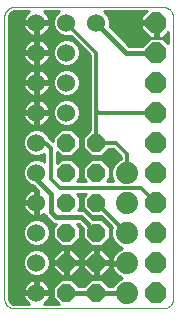
<source format=gbl>
G75*
%MOIN*%
%OFA0B0*%
%FSLAX25Y25*%
%IPPOS*%
%LPD*%
%AMOC8*
5,1,8,0,0,1.08239X$1,22.5*
%
%ADD10C,0.00000*%
%ADD11OC8,0.07000*%
%ADD12OC8,0.06000*%
%ADD13C,0.06000*%
%ADD14C,0.07400*%
%ADD15C,0.01600*%
%ADD16C,0.01000*%
%ADD17C,0.01200*%
D10*
X0048750Y0031333D02*
X0048750Y0125033D01*
X0048752Y0125147D01*
X0048758Y0125260D01*
X0048767Y0125373D01*
X0048780Y0125486D01*
X0048797Y0125599D01*
X0048818Y0125710D01*
X0048843Y0125821D01*
X0048871Y0125931D01*
X0048903Y0126040D01*
X0048938Y0126148D01*
X0048977Y0126255D01*
X0049020Y0126360D01*
X0049066Y0126464D01*
X0049115Y0126566D01*
X0049168Y0126667D01*
X0049225Y0126766D01*
X0049284Y0126862D01*
X0049347Y0126957D01*
X0049413Y0127050D01*
X0049482Y0127140D01*
X0049554Y0127228D01*
X0049628Y0127314D01*
X0049706Y0127397D01*
X0049786Y0127477D01*
X0049869Y0127555D01*
X0049955Y0127629D01*
X0050043Y0127701D01*
X0050133Y0127770D01*
X0050226Y0127836D01*
X0050321Y0127899D01*
X0050417Y0127958D01*
X0050516Y0128015D01*
X0050617Y0128068D01*
X0050719Y0128117D01*
X0050823Y0128163D01*
X0050928Y0128206D01*
X0051035Y0128245D01*
X0051143Y0128280D01*
X0051252Y0128312D01*
X0051362Y0128340D01*
X0051473Y0128365D01*
X0051584Y0128386D01*
X0051697Y0128403D01*
X0051810Y0128416D01*
X0051923Y0128425D01*
X0052036Y0128431D01*
X0052150Y0128433D01*
X0101646Y0128433D01*
X0101761Y0128431D01*
X0101875Y0128425D01*
X0101989Y0128415D01*
X0102103Y0128402D01*
X0102216Y0128384D01*
X0102328Y0128363D01*
X0102440Y0128338D01*
X0102551Y0128309D01*
X0102661Y0128276D01*
X0102769Y0128239D01*
X0102876Y0128199D01*
X0102982Y0128155D01*
X0103086Y0128108D01*
X0103189Y0128057D01*
X0103290Y0128003D01*
X0103389Y0127945D01*
X0103486Y0127884D01*
X0103580Y0127819D01*
X0103673Y0127751D01*
X0103763Y0127681D01*
X0103850Y0127607D01*
X0103935Y0127530D01*
X0104018Y0127451D01*
X0104097Y0127368D01*
X0104174Y0127283D01*
X0104248Y0127196D01*
X0104318Y0127106D01*
X0104386Y0127013D01*
X0104451Y0126919D01*
X0104512Y0126822D01*
X0104570Y0126723D01*
X0104624Y0126622D01*
X0104675Y0126519D01*
X0104722Y0126415D01*
X0104766Y0126309D01*
X0104806Y0126202D01*
X0104843Y0126094D01*
X0104876Y0125984D01*
X0104905Y0125873D01*
X0104930Y0125761D01*
X0104951Y0125649D01*
X0104969Y0125536D01*
X0104982Y0125422D01*
X0104992Y0125308D01*
X0104998Y0125194D01*
X0105000Y0125079D01*
X0105000Y0031095D01*
X0104998Y0030985D01*
X0104992Y0030874D01*
X0104983Y0030764D01*
X0104969Y0030655D01*
X0104952Y0030546D01*
X0104931Y0030438D01*
X0104906Y0030330D01*
X0104878Y0030223D01*
X0104845Y0030118D01*
X0104809Y0030014D01*
X0104770Y0029910D01*
X0104727Y0029809D01*
X0104680Y0029709D01*
X0104630Y0029611D01*
X0104576Y0029514D01*
X0104520Y0029419D01*
X0104459Y0029327D01*
X0104396Y0029236D01*
X0104330Y0029148D01*
X0104260Y0029063D01*
X0104188Y0028979D01*
X0104113Y0028898D01*
X0104035Y0028820D01*
X0103954Y0028745D01*
X0103870Y0028673D01*
X0103785Y0028603D01*
X0103697Y0028537D01*
X0103606Y0028474D01*
X0103514Y0028413D01*
X0103419Y0028357D01*
X0103322Y0028303D01*
X0103224Y0028253D01*
X0103124Y0028206D01*
X0103023Y0028163D01*
X0102919Y0028124D01*
X0102815Y0028088D01*
X0102710Y0028055D01*
X0102603Y0028027D01*
X0102495Y0028002D01*
X0102387Y0027981D01*
X0102278Y0027964D01*
X0102169Y0027950D01*
X0102059Y0027941D01*
X0101948Y0027935D01*
X0101838Y0027933D01*
X0052150Y0027933D01*
X0052036Y0027935D01*
X0051923Y0027941D01*
X0051810Y0027950D01*
X0051697Y0027963D01*
X0051584Y0027980D01*
X0051473Y0028001D01*
X0051362Y0028026D01*
X0051252Y0028054D01*
X0051143Y0028086D01*
X0051035Y0028121D01*
X0050928Y0028160D01*
X0050823Y0028203D01*
X0050719Y0028249D01*
X0050617Y0028298D01*
X0050516Y0028351D01*
X0050417Y0028408D01*
X0050321Y0028467D01*
X0050226Y0028530D01*
X0050133Y0028596D01*
X0050043Y0028665D01*
X0049955Y0028737D01*
X0049869Y0028811D01*
X0049786Y0028889D01*
X0049706Y0028969D01*
X0049628Y0029052D01*
X0049554Y0029138D01*
X0049482Y0029226D01*
X0049413Y0029316D01*
X0049347Y0029409D01*
X0049284Y0029504D01*
X0049225Y0029600D01*
X0049168Y0029699D01*
X0049115Y0029800D01*
X0049066Y0029902D01*
X0049020Y0030006D01*
X0048977Y0030111D01*
X0048938Y0030218D01*
X0048903Y0030326D01*
X0048871Y0030435D01*
X0048843Y0030545D01*
X0048818Y0030656D01*
X0048797Y0030767D01*
X0048780Y0030880D01*
X0048767Y0030993D01*
X0048758Y0031106D01*
X0048752Y0031219D01*
X0048750Y0031333D01*
D11*
X0099500Y0033183D03*
X0099500Y0043183D03*
X0099500Y0053183D03*
X0099500Y0063183D03*
X0099500Y0073183D03*
X0099500Y0083183D03*
X0099500Y0093183D03*
X0099500Y0103183D03*
X0099500Y0113183D03*
X0099500Y0123183D03*
D12*
X0079500Y0083183D03*
X0069500Y0083183D03*
X0069500Y0073183D03*
X0079500Y0073183D03*
X0079500Y0063183D03*
X0079500Y0053183D03*
X0069500Y0053183D03*
X0069500Y0063183D03*
X0069500Y0043183D03*
X0069500Y0033183D03*
X0079500Y0033183D03*
X0079500Y0043183D03*
D13*
X0059500Y0043183D03*
X0059500Y0033183D03*
X0059500Y0053183D03*
X0059500Y0063183D03*
X0059500Y0073183D03*
X0059500Y0083183D03*
X0059500Y0093183D03*
X0069500Y0093183D03*
X0069500Y0103183D03*
X0059500Y0103183D03*
X0059500Y0113183D03*
X0069500Y0113183D03*
X0069500Y0123183D03*
X0059500Y0123183D03*
X0079500Y0123183D03*
D14*
X0089625Y0073058D03*
X0089625Y0063058D03*
X0089625Y0053058D03*
X0089625Y0043058D03*
X0089625Y0033058D03*
D15*
X0089500Y0033183D01*
X0079500Y0033183D01*
X0069500Y0033183D01*
X0079500Y0053183D02*
X0074500Y0058308D01*
X0066125Y0058308D01*
X0064375Y0060183D01*
X0064375Y0066058D01*
X0059500Y0071058D01*
X0059500Y0073183D01*
X0089375Y0113183D02*
X0099500Y0113183D01*
X0089375Y0113183D02*
X0079500Y0123058D01*
X0079500Y0123183D01*
D16*
X0083716Y0124765D02*
X0094500Y0124765D01*
X0094500Y0125254D02*
X0094500Y0123683D01*
X0099000Y0123683D01*
X0099000Y0122683D01*
X0100000Y0122683D01*
X0100000Y0118183D01*
X0101571Y0118183D01*
X0097429Y0118183D01*
X0094729Y0115483D01*
X0090328Y0115483D01*
X0083860Y0121951D01*
X0084000Y0122288D01*
X0084000Y0124078D01*
X0083315Y0125732D01*
X0082114Y0126933D01*
X0096179Y0126933D01*
X0094500Y0125254D01*
X0095009Y0125763D02*
X0083284Y0125763D01*
X0082285Y0126762D02*
X0096008Y0126762D01*
X0094500Y0123766D02*
X0084000Y0123766D01*
X0084000Y0122768D02*
X0099000Y0122768D01*
X0099000Y0122683D02*
X0094500Y0122683D01*
X0094500Y0121112D01*
X0097429Y0118183D01*
X0099000Y0118183D01*
X0099000Y0122683D01*
X0099000Y0121769D02*
X0100000Y0121769D01*
X0100000Y0120771D02*
X0099000Y0120771D01*
X0099000Y0119772D02*
X0100000Y0119772D01*
X0100000Y0118774D02*
X0099000Y0118774D01*
X0096838Y0118774D02*
X0087037Y0118774D01*
X0086038Y0119772D02*
X0095840Y0119772D01*
X0094841Y0120771D02*
X0085040Y0120771D01*
X0084041Y0121769D02*
X0094500Y0121769D01*
X0097021Y0117775D02*
X0088035Y0117775D01*
X0089034Y0116777D02*
X0096023Y0116777D01*
X0095024Y0115778D02*
X0090032Y0115778D01*
X0101571Y0118183D02*
X0103500Y0116254D01*
X0103500Y0120112D01*
X0101571Y0118183D01*
X0101979Y0117775D02*
X0103500Y0117775D01*
X0103500Y0116777D02*
X0102977Y0116777D01*
X0103500Y0118774D02*
X0102162Y0118774D01*
X0103160Y0119772D02*
X0103500Y0119772D01*
X0077400Y0112313D02*
X0077400Y0087447D01*
X0075000Y0085047D01*
X0075000Y0081319D01*
X0077636Y0078683D01*
X0081364Y0078683D01*
X0083764Y0081083D01*
X0085005Y0081083D01*
X0087525Y0078563D01*
X0087525Y0077817D01*
X0086679Y0077466D01*
X0085217Y0076004D01*
X0084425Y0074092D01*
X0084425Y0072024D01*
X0085146Y0070283D01*
X0082964Y0070283D01*
X0084000Y0071319D01*
X0084000Y0075047D01*
X0081364Y0077683D01*
X0077636Y0077683D01*
X0075000Y0075047D01*
X0075000Y0071319D01*
X0076036Y0070283D01*
X0072964Y0070283D01*
X0074000Y0071319D01*
X0074000Y0075047D01*
X0071364Y0077683D01*
X0067636Y0077683D01*
X0066350Y0076397D01*
X0066350Y0079969D01*
X0067636Y0078683D01*
X0071364Y0078683D01*
X0074000Y0081319D01*
X0074000Y0085047D01*
X0071364Y0087683D01*
X0067636Y0087683D01*
X0065000Y0085047D01*
X0065000Y0083606D01*
X0063834Y0084694D01*
X0063682Y0084846D01*
X0063315Y0085732D01*
X0062049Y0086998D01*
X0060395Y0087683D01*
X0058605Y0087683D01*
X0056951Y0086998D01*
X0055685Y0085732D01*
X0055000Y0084078D01*
X0055000Y0082288D01*
X0055685Y0080634D01*
X0056951Y0079368D01*
X0058605Y0078683D01*
X0060395Y0078683D01*
X0062049Y0079368D01*
X0062150Y0079469D01*
X0062150Y0076897D01*
X0062049Y0076998D01*
X0060395Y0077683D01*
X0058605Y0077683D01*
X0056951Y0076998D01*
X0055685Y0075732D01*
X0055000Y0074078D01*
X0055000Y0072288D01*
X0055685Y0070634D01*
X0056951Y0069368D01*
X0058602Y0068684D01*
X0060000Y0067251D01*
X0060000Y0063683D01*
X0059000Y0063683D01*
X0059000Y0062683D01*
X0060000Y0062683D01*
X0060000Y0058706D01*
X0060554Y0058794D01*
X0061227Y0059013D01*
X0061859Y0059334D01*
X0062049Y0059473D01*
X0062044Y0059310D01*
X0062075Y0059276D01*
X0062075Y0059230D01*
X0062720Y0058585D01*
X0063825Y0057401D01*
X0063825Y0057355D01*
X0064471Y0056710D01*
X0065094Y0056042D01*
X0065140Y0056041D01*
X0065172Y0056008D01*
X0065961Y0056008D01*
X0065000Y0055047D01*
X0065000Y0051319D01*
X0067636Y0048683D01*
X0071364Y0048683D01*
X0074000Y0051319D01*
X0074000Y0055047D01*
X0073039Y0056008D01*
X0073531Y0056008D01*
X0075000Y0054502D01*
X0075000Y0051319D01*
X0077636Y0048683D01*
X0081364Y0048683D01*
X0084000Y0051319D01*
X0084000Y0055047D01*
X0081364Y0057683D01*
X0078323Y0057683D01*
X0076800Y0059244D01*
X0076800Y0059261D01*
X0076137Y0059924D01*
X0075481Y0060596D01*
X0075464Y0060596D01*
X0075453Y0060608D01*
X0074514Y0060608D01*
X0073576Y0060620D01*
X0073564Y0060608D01*
X0073289Y0060608D01*
X0074000Y0061319D01*
X0074000Y0065047D01*
X0072964Y0066083D01*
X0076036Y0066083D01*
X0075000Y0065047D01*
X0075000Y0061319D01*
X0077636Y0058683D01*
X0081030Y0058683D01*
X0084775Y0054938D01*
X0084425Y0054092D01*
X0084425Y0052024D01*
X0085217Y0050112D01*
X0086679Y0048650D01*
X0088142Y0048044D01*
X0087629Y0047877D01*
X0086900Y0047505D01*
X0086237Y0047024D01*
X0085659Y0046446D01*
X0085178Y0045783D01*
X0084806Y0045054D01*
X0084553Y0044276D01*
X0084439Y0043558D01*
X0089125Y0043558D01*
X0089125Y0042558D01*
X0084439Y0042558D01*
X0084553Y0041840D01*
X0084806Y0041062D01*
X0085178Y0040333D01*
X0085659Y0039670D01*
X0086237Y0039092D01*
X0086900Y0038611D01*
X0087629Y0038239D01*
X0088142Y0038072D01*
X0086679Y0037466D01*
X0085217Y0036004D01*
X0085001Y0035483D01*
X0083564Y0035483D01*
X0081364Y0037683D01*
X0077636Y0037683D01*
X0075436Y0035483D01*
X0073564Y0035483D01*
X0071364Y0037683D01*
X0067636Y0037683D01*
X0065000Y0035047D01*
X0065000Y0031319D01*
X0066886Y0029433D01*
X0061994Y0029433D01*
X0062432Y0029751D01*
X0062932Y0030252D01*
X0063349Y0030825D01*
X0063670Y0031456D01*
X0063889Y0032129D01*
X0063977Y0032683D01*
X0060000Y0032683D01*
X0060000Y0033683D01*
X0063977Y0033683D01*
X0063889Y0034237D01*
X0063670Y0034910D01*
X0063349Y0035542D01*
X0062932Y0036115D01*
X0062432Y0036615D01*
X0061859Y0037032D01*
X0061227Y0037353D01*
X0060554Y0037572D01*
X0060000Y0037660D01*
X0060000Y0033683D01*
X0059000Y0033683D01*
X0059000Y0032683D01*
X0055023Y0032683D01*
X0055111Y0032129D01*
X0055330Y0031456D01*
X0055651Y0030825D01*
X0056068Y0030252D01*
X0056568Y0029751D01*
X0057006Y0029433D01*
X0052150Y0029433D01*
X0051780Y0029470D01*
X0051095Y0029753D01*
X0050570Y0030278D01*
X0050287Y0030963D01*
X0050250Y0031333D01*
X0050250Y0125033D01*
X0050287Y0125403D01*
X0050570Y0126088D01*
X0051095Y0126613D01*
X0051780Y0126897D01*
X0052150Y0126933D01*
X0057006Y0126933D01*
X0056568Y0126615D01*
X0056068Y0126115D01*
X0055651Y0125542D01*
X0055330Y0124910D01*
X0055111Y0124237D01*
X0055023Y0123683D01*
X0059000Y0123683D01*
X0059000Y0122683D01*
X0060000Y0122683D01*
X0060000Y0118706D01*
X0060554Y0118794D01*
X0061227Y0119013D01*
X0061859Y0119334D01*
X0062432Y0119751D01*
X0062932Y0120252D01*
X0063349Y0120825D01*
X0063670Y0121456D01*
X0063889Y0122129D01*
X0063977Y0122683D01*
X0060000Y0122683D01*
X0060000Y0123683D01*
X0063977Y0123683D01*
X0063889Y0124237D01*
X0063670Y0124910D01*
X0063349Y0125542D01*
X0062932Y0126115D01*
X0062432Y0126615D01*
X0061994Y0126933D01*
X0066886Y0126933D01*
X0065685Y0125732D01*
X0065000Y0124078D01*
X0065000Y0122288D01*
X0065685Y0120634D01*
X0066951Y0119368D01*
X0068605Y0118683D01*
X0070395Y0118683D01*
X0070844Y0118869D01*
X0077400Y0112313D01*
X0077400Y0111784D02*
X0073791Y0111784D01*
X0074000Y0112288D02*
X0073315Y0110634D01*
X0072049Y0109368D01*
X0070395Y0108683D01*
X0068605Y0108683D01*
X0066951Y0109368D01*
X0065685Y0110634D01*
X0065000Y0112288D01*
X0065000Y0114078D01*
X0065685Y0115732D01*
X0066951Y0116998D01*
X0068605Y0117683D01*
X0070395Y0117683D01*
X0072049Y0116998D01*
X0073315Y0115732D01*
X0074000Y0114078D01*
X0074000Y0112288D01*
X0074000Y0112783D02*
X0076930Y0112783D01*
X0075932Y0113781D02*
X0074000Y0113781D01*
X0073709Y0114780D02*
X0074933Y0114780D01*
X0073935Y0115778D02*
X0073269Y0115778D01*
X0072936Y0116777D02*
X0072270Y0116777D01*
X0071938Y0117775D02*
X0050250Y0117775D01*
X0050250Y0116777D02*
X0056790Y0116777D01*
X0056568Y0116615D02*
X0056068Y0116115D01*
X0055651Y0115542D01*
X0055330Y0114910D01*
X0055111Y0114237D01*
X0055023Y0113683D01*
X0059000Y0113683D01*
X0059000Y0112683D01*
X0060000Y0112683D01*
X0060000Y0108706D01*
X0060554Y0108794D01*
X0061227Y0109013D01*
X0061859Y0109334D01*
X0062432Y0109751D01*
X0062932Y0110252D01*
X0063349Y0110825D01*
X0063670Y0111456D01*
X0063889Y0112129D01*
X0063977Y0112683D01*
X0060000Y0112683D01*
X0060000Y0113683D01*
X0063977Y0113683D01*
X0063889Y0114237D01*
X0063670Y0114910D01*
X0063349Y0115542D01*
X0062932Y0116115D01*
X0062432Y0116615D01*
X0061859Y0117032D01*
X0061227Y0117353D01*
X0060554Y0117572D01*
X0060000Y0117660D01*
X0060000Y0113683D01*
X0059000Y0113683D01*
X0059000Y0117660D01*
X0058446Y0117572D01*
X0057773Y0117353D01*
X0057141Y0117032D01*
X0056568Y0116615D01*
X0055823Y0115778D02*
X0050250Y0115778D01*
X0050250Y0114780D02*
X0055287Y0114780D01*
X0055039Y0113781D02*
X0050250Y0113781D01*
X0050250Y0112783D02*
X0059000Y0112783D01*
X0059000Y0112683D02*
X0055023Y0112683D01*
X0055111Y0112129D01*
X0055330Y0111456D01*
X0055651Y0110825D01*
X0056068Y0110252D01*
X0056568Y0109751D01*
X0057141Y0109334D01*
X0057773Y0109013D01*
X0058446Y0108794D01*
X0059000Y0108706D01*
X0059000Y0112683D01*
X0059000Y0111784D02*
X0060000Y0111784D01*
X0060000Y0110786D02*
X0059000Y0110786D01*
X0059000Y0109787D02*
X0060000Y0109787D01*
X0060000Y0108789D02*
X0059000Y0108789D01*
X0058479Y0108789D02*
X0050250Y0108789D01*
X0050250Y0109787D02*
X0056532Y0109787D01*
X0055679Y0110786D02*
X0050250Y0110786D01*
X0050250Y0111784D02*
X0055223Y0111784D01*
X0059000Y0113781D02*
X0060000Y0113781D01*
X0060000Y0112783D02*
X0065000Y0112783D01*
X0065000Y0113781D02*
X0063961Y0113781D01*
X0063713Y0114780D02*
X0065291Y0114780D01*
X0065731Y0115778D02*
X0063177Y0115778D01*
X0062210Y0116777D02*
X0066730Y0116777D01*
X0068386Y0118774D02*
X0060427Y0118774D01*
X0060000Y0118774D02*
X0059000Y0118774D01*
X0059000Y0118706D02*
X0058446Y0118794D01*
X0057773Y0119013D01*
X0057141Y0119334D01*
X0056568Y0119751D01*
X0056068Y0120252D01*
X0055651Y0120825D01*
X0055330Y0121456D01*
X0055111Y0122129D01*
X0055023Y0122683D01*
X0059000Y0122683D01*
X0059000Y0118706D01*
X0058573Y0118774D02*
X0050250Y0118774D01*
X0050250Y0119772D02*
X0056547Y0119772D01*
X0055690Y0120771D02*
X0050250Y0120771D01*
X0050250Y0121769D02*
X0055228Y0121769D01*
X0055036Y0123766D02*
X0050250Y0123766D01*
X0050250Y0122768D02*
X0059000Y0122768D01*
X0059000Y0121769D02*
X0060000Y0121769D01*
X0060000Y0120771D02*
X0059000Y0120771D01*
X0059000Y0119772D02*
X0060000Y0119772D01*
X0062453Y0119772D02*
X0066547Y0119772D01*
X0065628Y0120771D02*
X0063310Y0120771D01*
X0063772Y0121769D02*
X0065215Y0121769D01*
X0065000Y0122768D02*
X0060000Y0122768D01*
X0063188Y0125763D02*
X0065716Y0125763D01*
X0065284Y0124765D02*
X0063718Y0124765D01*
X0063964Y0123766D02*
X0065000Y0123766D01*
X0066715Y0126762D02*
X0062230Y0126762D01*
X0056770Y0126762D02*
X0051454Y0126762D01*
X0050436Y0125763D02*
X0055812Y0125763D01*
X0055282Y0124765D02*
X0050250Y0124765D01*
X0059000Y0116777D02*
X0060000Y0116777D01*
X0060000Y0115778D02*
X0059000Y0115778D01*
X0059000Y0114780D02*
X0060000Y0114780D01*
X0063777Y0111784D02*
X0065209Y0111784D01*
X0065622Y0110786D02*
X0063320Y0110786D01*
X0062468Y0109787D02*
X0066532Y0109787D01*
X0068350Y0108789D02*
X0060521Y0108789D01*
X0060554Y0107572D02*
X0060000Y0107660D01*
X0060000Y0103683D01*
X0063977Y0103683D01*
X0063889Y0104237D01*
X0063670Y0104910D01*
X0063349Y0105542D01*
X0062932Y0106115D01*
X0062432Y0106615D01*
X0061859Y0107032D01*
X0061227Y0107353D01*
X0060554Y0107572D01*
X0060000Y0106792D02*
X0059000Y0106792D01*
X0059000Y0107660D02*
X0058446Y0107572D01*
X0057773Y0107353D01*
X0057141Y0107032D01*
X0056568Y0106615D01*
X0056068Y0106115D01*
X0055651Y0105542D01*
X0055330Y0104910D01*
X0055111Y0104237D01*
X0055023Y0103683D01*
X0059000Y0103683D01*
X0059000Y0102683D01*
X0060000Y0102683D01*
X0060000Y0098706D01*
X0060554Y0098794D01*
X0061227Y0099013D01*
X0061859Y0099334D01*
X0062432Y0099751D01*
X0062932Y0100252D01*
X0063349Y0100825D01*
X0063670Y0101456D01*
X0063889Y0102129D01*
X0063977Y0102683D01*
X0060000Y0102683D01*
X0060000Y0103683D01*
X0059000Y0103683D01*
X0059000Y0107660D01*
X0059000Y0105793D02*
X0060000Y0105793D01*
X0060000Y0104795D02*
X0059000Y0104795D01*
X0059000Y0103796D02*
X0060000Y0103796D01*
X0060000Y0102798D02*
X0065000Y0102798D01*
X0065000Y0102288D02*
X0065685Y0100634D01*
X0066951Y0099368D01*
X0068605Y0098683D01*
X0070395Y0098683D01*
X0072049Y0099368D01*
X0073315Y0100634D01*
X0074000Y0102288D01*
X0074000Y0104078D01*
X0073315Y0105732D01*
X0072049Y0106998D01*
X0070395Y0107683D01*
X0068605Y0107683D01*
X0066951Y0106998D01*
X0065685Y0105732D01*
X0065000Y0104078D01*
X0065000Y0102288D01*
X0065202Y0101799D02*
X0063782Y0101799D01*
X0063331Y0100801D02*
X0065616Y0100801D01*
X0066517Y0099802D02*
X0062483Y0099802D01*
X0060584Y0098804D02*
X0068314Y0098804D01*
X0068605Y0097683D02*
X0066951Y0096998D01*
X0065685Y0095732D01*
X0065000Y0094078D01*
X0065000Y0092288D01*
X0065685Y0090634D01*
X0066951Y0089368D01*
X0068605Y0088683D01*
X0070395Y0088683D01*
X0072049Y0089368D01*
X0073315Y0090634D01*
X0074000Y0092288D01*
X0074000Y0094078D01*
X0073315Y0095732D01*
X0072049Y0096998D01*
X0070395Y0097683D01*
X0068605Y0097683D01*
X0066759Y0096807D02*
X0062169Y0096807D01*
X0062432Y0096615D02*
X0061859Y0097032D01*
X0061227Y0097353D01*
X0060554Y0097572D01*
X0060000Y0097660D01*
X0060000Y0093683D01*
X0063977Y0093683D01*
X0063889Y0094237D01*
X0063670Y0094910D01*
X0063349Y0095542D01*
X0062932Y0096115D01*
X0062432Y0096615D01*
X0063155Y0095808D02*
X0065761Y0095808D01*
X0065303Y0094810D02*
X0063703Y0094810D01*
X0063957Y0093811D02*
X0065000Y0093811D01*
X0065000Y0092812D02*
X0060000Y0092812D01*
X0060000Y0092683D02*
X0060000Y0093683D01*
X0059000Y0093683D01*
X0059000Y0092683D01*
X0060000Y0092683D01*
X0060000Y0088706D01*
X0060554Y0088794D01*
X0061227Y0089013D01*
X0061859Y0089334D01*
X0062432Y0089751D01*
X0062932Y0090252D01*
X0063349Y0090825D01*
X0063670Y0091456D01*
X0063889Y0092129D01*
X0063977Y0092683D01*
X0060000Y0092683D01*
X0060000Y0091814D02*
X0059000Y0091814D01*
X0059000Y0092683D02*
X0059000Y0088706D01*
X0058446Y0088794D01*
X0057773Y0089013D01*
X0057141Y0089334D01*
X0056568Y0089751D01*
X0056068Y0090252D01*
X0055651Y0090825D01*
X0055330Y0091456D01*
X0055111Y0092129D01*
X0055023Y0092683D01*
X0059000Y0092683D01*
X0059000Y0092812D02*
X0050250Y0092812D01*
X0050250Y0091814D02*
X0055213Y0091814D01*
X0055658Y0090815D02*
X0050250Y0090815D01*
X0050250Y0089817D02*
X0056502Y0089817D01*
X0058371Y0088818D02*
X0050250Y0088818D01*
X0050250Y0087820D02*
X0077400Y0087820D01*
X0077400Y0088818D02*
X0070722Y0088818D01*
X0072498Y0089817D02*
X0077400Y0089817D01*
X0077400Y0090815D02*
X0073390Y0090815D01*
X0073804Y0091814D02*
X0077400Y0091814D01*
X0077400Y0092812D02*
X0074000Y0092812D01*
X0074000Y0093811D02*
X0077400Y0093811D01*
X0077400Y0094810D02*
X0073697Y0094810D01*
X0073239Y0095808D02*
X0077400Y0095808D01*
X0077400Y0096807D02*
X0072240Y0096807D01*
X0070686Y0098804D02*
X0077400Y0098804D01*
X0077400Y0099802D02*
X0072483Y0099802D01*
X0073384Y0100801D02*
X0077400Y0100801D01*
X0077400Y0101799D02*
X0073797Y0101799D01*
X0074000Y0102798D02*
X0077400Y0102798D01*
X0077400Y0103796D02*
X0074000Y0103796D01*
X0073703Y0104795D02*
X0077400Y0104795D01*
X0077400Y0105793D02*
X0073254Y0105793D01*
X0072255Y0106792D02*
X0077400Y0106792D01*
X0077400Y0107790D02*
X0050250Y0107790D01*
X0050250Y0106792D02*
X0056811Y0106792D01*
X0055834Y0105793D02*
X0050250Y0105793D01*
X0050250Y0104795D02*
X0055292Y0104795D01*
X0055041Y0103796D02*
X0050250Y0103796D01*
X0050250Y0102798D02*
X0059000Y0102798D01*
X0059000Y0102683D02*
X0055023Y0102683D01*
X0055111Y0102129D01*
X0055330Y0101456D01*
X0055651Y0100825D01*
X0056068Y0100252D01*
X0056568Y0099751D01*
X0057141Y0099334D01*
X0057773Y0099013D01*
X0058446Y0098794D01*
X0059000Y0098706D01*
X0059000Y0102683D01*
X0059000Y0101799D02*
X0060000Y0101799D01*
X0060000Y0100801D02*
X0059000Y0100801D01*
X0059000Y0099802D02*
X0060000Y0099802D01*
X0060000Y0098804D02*
X0059000Y0098804D01*
X0058416Y0098804D02*
X0050250Y0098804D01*
X0050250Y0099802D02*
X0056517Y0099802D01*
X0055669Y0100801D02*
X0050250Y0100801D01*
X0050250Y0101799D02*
X0055218Y0101799D01*
X0058446Y0097572D02*
X0059000Y0097660D01*
X0059000Y0093683D01*
X0055023Y0093683D01*
X0055111Y0094237D01*
X0055330Y0094910D01*
X0055651Y0095542D01*
X0056068Y0096115D01*
X0056568Y0096615D01*
X0057141Y0097032D01*
X0057773Y0097353D01*
X0058446Y0097572D01*
X0059000Y0096807D02*
X0060000Y0096807D01*
X0060000Y0095808D02*
X0059000Y0095808D01*
X0059000Y0094810D02*
X0060000Y0094810D01*
X0060000Y0093811D02*
X0059000Y0093811D01*
X0056831Y0096807D02*
X0050250Y0096807D01*
X0050250Y0097805D02*
X0077400Y0097805D01*
X0068278Y0088818D02*
X0060629Y0088818D01*
X0060000Y0088818D02*
X0059000Y0088818D01*
X0059000Y0089817D02*
X0060000Y0089817D01*
X0060000Y0090815D02*
X0059000Y0090815D01*
X0062498Y0089817D02*
X0066502Y0089817D01*
X0065610Y0090815D02*
X0063342Y0090815D01*
X0063787Y0091814D02*
X0065196Y0091814D01*
X0066774Y0086821D02*
X0062226Y0086821D01*
X0063224Y0085823D02*
X0065776Y0085823D01*
X0065000Y0084824D02*
X0063704Y0084824D01*
X0064764Y0083826D02*
X0065000Y0083826D01*
X0066350Y0079832D02*
X0066487Y0079832D01*
X0066350Y0078833D02*
X0067486Y0078833D01*
X0066350Y0077835D02*
X0087525Y0077835D01*
X0087255Y0078833D02*
X0081514Y0078833D01*
X0082513Y0079832D02*
X0086256Y0079832D01*
X0085258Y0080830D02*
X0083511Y0080830D01*
X0082211Y0076836D02*
X0086049Y0076836D01*
X0085148Y0075838D02*
X0083209Y0075838D01*
X0084000Y0074839D02*
X0084734Y0074839D01*
X0084425Y0073841D02*
X0084000Y0073841D01*
X0084000Y0072842D02*
X0084425Y0072842D01*
X0084500Y0071844D02*
X0084000Y0071844D01*
X0083526Y0070845D02*
X0084913Y0070845D01*
X0076789Y0076836D02*
X0072211Y0076836D01*
X0073209Y0075838D02*
X0075791Y0075838D01*
X0075000Y0074839D02*
X0074000Y0074839D01*
X0074000Y0073841D02*
X0075000Y0073841D01*
X0075000Y0072842D02*
X0074000Y0072842D01*
X0074000Y0071844D02*
X0075000Y0071844D01*
X0075474Y0070845D02*
X0073526Y0070845D01*
X0073194Y0065853D02*
X0075806Y0065853D01*
X0075000Y0064854D02*
X0074000Y0064854D01*
X0074000Y0063856D02*
X0075000Y0063856D01*
X0075000Y0062857D02*
X0074000Y0062857D01*
X0074000Y0061859D02*
X0075000Y0061859D01*
X0075459Y0060860D02*
X0073541Y0060860D01*
X0076199Y0059862D02*
X0076457Y0059862D01*
X0077172Y0058863D02*
X0077456Y0058863D01*
X0078146Y0057865D02*
X0081849Y0057865D01*
X0082181Y0056866D02*
X0082847Y0056866D01*
X0083179Y0055868D02*
X0083846Y0055868D01*
X0084000Y0054869D02*
X0084747Y0054869D01*
X0084425Y0053871D02*
X0084000Y0053871D01*
X0084000Y0052872D02*
X0084425Y0052872D01*
X0084487Y0051874D02*
X0084000Y0051874D01*
X0083556Y0050875D02*
X0084901Y0050875D01*
X0085453Y0049877D02*
X0082557Y0049877D01*
X0081559Y0048878D02*
X0086451Y0048878D01*
X0087636Y0047879D02*
X0050250Y0047879D01*
X0050250Y0046881D02*
X0056834Y0046881D01*
X0056951Y0046998D02*
X0055685Y0045732D01*
X0055000Y0044078D01*
X0055000Y0042288D01*
X0055685Y0040634D01*
X0056951Y0039368D01*
X0058605Y0038683D01*
X0060395Y0038683D01*
X0062049Y0039368D01*
X0063315Y0040634D01*
X0064000Y0042288D01*
X0064000Y0044078D01*
X0063315Y0045732D01*
X0062049Y0046998D01*
X0060395Y0047683D01*
X0058605Y0047683D01*
X0056951Y0046998D01*
X0055835Y0045882D02*
X0050250Y0045882D01*
X0050250Y0044884D02*
X0055334Y0044884D01*
X0055000Y0043885D02*
X0050250Y0043885D01*
X0050250Y0042887D02*
X0055000Y0042887D01*
X0055165Y0041888D02*
X0050250Y0041888D01*
X0050250Y0040890D02*
X0055579Y0040890D01*
X0056428Y0039891D02*
X0050250Y0039891D01*
X0050250Y0038893D02*
X0058098Y0038893D01*
X0058446Y0037572D02*
X0057773Y0037353D01*
X0057141Y0037032D01*
X0056568Y0036615D01*
X0056068Y0036115D01*
X0055651Y0035542D01*
X0055330Y0034910D01*
X0055111Y0034237D01*
X0055023Y0033683D01*
X0059000Y0033683D01*
X0059000Y0037660D01*
X0058446Y0037572D01*
X0059000Y0036896D02*
X0060000Y0036896D01*
X0060000Y0035897D02*
X0059000Y0035897D01*
X0059000Y0034899D02*
X0060000Y0034899D01*
X0060000Y0033900D02*
X0059000Y0033900D01*
X0059000Y0032902D02*
X0050250Y0032902D01*
X0050250Y0033900D02*
X0055058Y0033900D01*
X0055326Y0034899D02*
X0050250Y0034899D01*
X0050250Y0035897D02*
X0055910Y0035897D01*
X0056954Y0036896D02*
X0050250Y0036896D01*
X0050250Y0037894D02*
X0087713Y0037894D01*
X0086511Y0038893D02*
X0081574Y0038893D01*
X0081364Y0038683D02*
X0084000Y0041319D01*
X0084000Y0042683D01*
X0080000Y0042683D01*
X0080000Y0038683D01*
X0081364Y0038683D01*
X0080000Y0038893D02*
X0079000Y0038893D01*
X0079000Y0038683D02*
X0079000Y0042683D01*
X0080000Y0042683D01*
X0080000Y0043683D01*
X0084000Y0043683D01*
X0084000Y0045047D01*
X0081364Y0047683D01*
X0080000Y0047683D01*
X0080000Y0043683D01*
X0079000Y0043683D01*
X0079000Y0042683D01*
X0075000Y0042683D01*
X0075000Y0041319D01*
X0077636Y0038683D01*
X0079000Y0038683D01*
X0079000Y0039891D02*
X0080000Y0039891D01*
X0080000Y0040890D02*
X0079000Y0040890D01*
X0079000Y0041888D02*
X0080000Y0041888D01*
X0080000Y0042887D02*
X0089125Y0042887D01*
X0084894Y0040890D02*
X0083571Y0040890D01*
X0084000Y0041888D02*
X0084545Y0041888D01*
X0085498Y0039891D02*
X0082572Y0039891D01*
X0079000Y0042887D02*
X0070000Y0042887D01*
X0070000Y0042683D02*
X0070000Y0043683D01*
X0074000Y0043683D01*
X0074000Y0045047D01*
X0071364Y0047683D01*
X0070000Y0047683D01*
X0070000Y0043683D01*
X0069000Y0043683D01*
X0069000Y0042683D01*
X0070000Y0042683D01*
X0070000Y0038683D01*
X0071364Y0038683D01*
X0074000Y0041319D01*
X0074000Y0042683D01*
X0070000Y0042683D01*
X0070000Y0041888D02*
X0069000Y0041888D01*
X0069000Y0042683D02*
X0069000Y0038683D01*
X0067636Y0038683D01*
X0065000Y0041319D01*
X0065000Y0042683D01*
X0069000Y0042683D01*
X0069000Y0042887D02*
X0064000Y0042887D01*
X0064000Y0043885D02*
X0065000Y0043885D01*
X0065000Y0043683D02*
X0069000Y0043683D01*
X0069000Y0047683D01*
X0067636Y0047683D01*
X0065000Y0045047D01*
X0065000Y0043683D01*
X0065000Y0044884D02*
X0063666Y0044884D01*
X0063165Y0045882D02*
X0065835Y0045882D01*
X0066834Y0046881D02*
X0062166Y0046881D01*
X0060866Y0048878D02*
X0067441Y0048878D01*
X0066443Y0049877D02*
X0062557Y0049877D01*
X0062049Y0049368D02*
X0063315Y0050634D01*
X0064000Y0052288D01*
X0064000Y0054078D01*
X0063315Y0055732D01*
X0062049Y0056998D01*
X0060395Y0057683D01*
X0058605Y0057683D01*
X0056951Y0056998D01*
X0055685Y0055732D01*
X0055000Y0054078D01*
X0055000Y0052288D01*
X0055685Y0050634D01*
X0056951Y0049368D01*
X0058605Y0048683D01*
X0060395Y0048683D01*
X0062049Y0049368D01*
X0063415Y0050875D02*
X0065444Y0050875D01*
X0065000Y0051874D02*
X0063828Y0051874D01*
X0064000Y0052872D02*
X0065000Y0052872D01*
X0065000Y0053871D02*
X0064000Y0053871D01*
X0063672Y0054869D02*
X0065000Y0054869D01*
X0065821Y0055868D02*
X0063179Y0055868D01*
X0062181Y0056866D02*
X0064314Y0056866D01*
X0063393Y0057865D02*
X0050250Y0057865D01*
X0050250Y0058863D02*
X0058233Y0058863D01*
X0058446Y0058794D02*
X0059000Y0058706D01*
X0059000Y0062683D01*
X0055023Y0062683D01*
X0055111Y0062129D01*
X0055330Y0061456D01*
X0055651Y0060825D01*
X0056068Y0060252D01*
X0056568Y0059751D01*
X0057141Y0059334D01*
X0057773Y0059013D01*
X0058446Y0058794D01*
X0059000Y0058863D02*
X0060000Y0058863D01*
X0060767Y0058863D02*
X0062442Y0058863D01*
X0060000Y0059862D02*
X0059000Y0059862D01*
X0059000Y0060860D02*
X0060000Y0060860D01*
X0060000Y0061859D02*
X0059000Y0061859D01*
X0059000Y0062857D02*
X0050250Y0062857D01*
X0050250Y0061859D02*
X0055199Y0061859D01*
X0055633Y0060860D02*
X0050250Y0060860D01*
X0050250Y0059862D02*
X0056457Y0059862D01*
X0056819Y0056866D02*
X0050250Y0056866D01*
X0050250Y0055868D02*
X0055821Y0055868D01*
X0055328Y0054869D02*
X0050250Y0054869D01*
X0050250Y0053871D02*
X0055000Y0053871D01*
X0055000Y0052872D02*
X0050250Y0052872D01*
X0050250Y0051874D02*
X0055172Y0051874D01*
X0055585Y0050875D02*
X0050250Y0050875D01*
X0050250Y0049877D02*
X0056443Y0049877D01*
X0058134Y0048878D02*
X0050250Y0048878D01*
X0060902Y0038893D02*
X0067426Y0038893D01*
X0066428Y0039891D02*
X0062572Y0039891D01*
X0063421Y0040890D02*
X0065429Y0040890D01*
X0065000Y0041888D02*
X0063834Y0041888D01*
X0069000Y0040890D02*
X0070000Y0040890D01*
X0070000Y0039891D02*
X0069000Y0039891D01*
X0069000Y0038893D02*
X0070000Y0038893D01*
X0071574Y0038893D02*
X0077426Y0038893D01*
X0076428Y0039891D02*
X0072572Y0039891D01*
X0073571Y0040890D02*
X0075429Y0040890D01*
X0075000Y0041888D02*
X0074000Y0041888D01*
X0074000Y0043885D02*
X0075000Y0043885D01*
X0075000Y0043683D02*
X0079000Y0043683D01*
X0079000Y0047683D01*
X0077636Y0047683D01*
X0075000Y0045047D01*
X0075000Y0043683D01*
X0075000Y0044884D02*
X0074000Y0044884D01*
X0073165Y0045882D02*
X0075835Y0045882D01*
X0076834Y0046881D02*
X0072166Y0046881D01*
X0071559Y0048878D02*
X0077441Y0048878D01*
X0076443Y0049877D02*
X0072557Y0049877D01*
X0073556Y0050875D02*
X0075444Y0050875D01*
X0075000Y0051874D02*
X0074000Y0051874D01*
X0074000Y0052872D02*
X0075000Y0052872D01*
X0075000Y0053871D02*
X0074000Y0053871D01*
X0074000Y0054869D02*
X0074642Y0054869D01*
X0073668Y0055868D02*
X0073179Y0055868D01*
X0070000Y0046881D02*
X0069000Y0046881D01*
X0069000Y0045882D02*
X0070000Y0045882D01*
X0070000Y0044884D02*
X0069000Y0044884D01*
X0069000Y0043885D02*
X0070000Y0043885D01*
X0072151Y0036896D02*
X0076849Y0036896D01*
X0075850Y0035897D02*
X0073150Y0035897D01*
X0066849Y0036896D02*
X0062046Y0036896D01*
X0063090Y0035897D02*
X0065850Y0035897D01*
X0065000Y0034899D02*
X0063674Y0034899D01*
X0063942Y0033900D02*
X0065000Y0033900D01*
X0065000Y0032902D02*
X0060000Y0032902D01*
X0063390Y0030905D02*
X0065414Y0030905D01*
X0065000Y0031903D02*
X0063816Y0031903D01*
X0062587Y0029906D02*
X0066413Y0029906D01*
X0056413Y0029906D02*
X0050942Y0029906D01*
X0050310Y0030905D02*
X0055610Y0030905D01*
X0055184Y0031903D02*
X0050250Y0031903D01*
X0079000Y0043885D02*
X0080000Y0043885D01*
X0080000Y0044884D02*
X0079000Y0044884D01*
X0079000Y0045882D02*
X0080000Y0045882D01*
X0080000Y0046881D02*
X0079000Y0046881D01*
X0082166Y0046881D02*
X0086094Y0046881D01*
X0085249Y0045882D02*
X0083165Y0045882D01*
X0084000Y0044884D02*
X0084751Y0044884D01*
X0084491Y0043885D02*
X0084000Y0043885D01*
X0082151Y0036896D02*
X0086109Y0036896D01*
X0085173Y0035897D02*
X0083150Y0035897D01*
X0060000Y0063856D02*
X0059000Y0063856D01*
X0059000Y0063683D02*
X0059000Y0067660D01*
X0058446Y0067572D01*
X0057773Y0067353D01*
X0057141Y0067032D01*
X0056568Y0066615D01*
X0056068Y0066115D01*
X0055651Y0065542D01*
X0055330Y0064910D01*
X0055111Y0064237D01*
X0055023Y0063683D01*
X0059000Y0063683D01*
X0059000Y0064854D02*
X0060000Y0064854D01*
X0060000Y0065853D02*
X0059000Y0065853D01*
X0059000Y0066851D02*
X0060000Y0066851D01*
X0059416Y0067850D02*
X0050250Y0067850D01*
X0050250Y0068848D02*
X0058206Y0068848D01*
X0056472Y0069847D02*
X0050250Y0069847D01*
X0050250Y0070845D02*
X0055598Y0070845D01*
X0055184Y0071844D02*
X0050250Y0071844D01*
X0050250Y0072842D02*
X0055000Y0072842D01*
X0055000Y0073841D02*
X0050250Y0073841D01*
X0050250Y0074839D02*
X0055315Y0074839D01*
X0055791Y0075838D02*
X0050250Y0075838D01*
X0050250Y0076836D02*
X0056789Y0076836D01*
X0058242Y0078833D02*
X0050250Y0078833D01*
X0050250Y0077835D02*
X0062150Y0077835D01*
X0062150Y0078833D02*
X0060758Y0078833D01*
X0056487Y0079832D02*
X0050250Y0079832D01*
X0050250Y0080830D02*
X0055604Y0080830D01*
X0055190Y0081829D02*
X0050250Y0081829D01*
X0050250Y0082827D02*
X0055000Y0082827D01*
X0055000Y0083826D02*
X0050250Y0083826D01*
X0050250Y0084824D02*
X0055309Y0084824D01*
X0055776Y0085823D02*
X0050250Y0085823D01*
X0050250Y0086821D02*
X0056774Y0086821D01*
X0055043Y0093811D02*
X0050250Y0093811D01*
X0050250Y0094810D02*
X0055297Y0094810D01*
X0055845Y0095808D02*
X0050250Y0095808D01*
X0062189Y0106792D02*
X0066745Y0106792D01*
X0065746Y0105793D02*
X0063166Y0105793D01*
X0063708Y0104795D02*
X0065297Y0104795D01*
X0065000Y0103796D02*
X0063959Y0103796D01*
X0070650Y0108789D02*
X0077400Y0108789D01*
X0077400Y0109787D02*
X0072468Y0109787D01*
X0073378Y0110786D02*
X0077400Y0110786D01*
X0070939Y0118774D02*
X0070614Y0118774D01*
X0072226Y0086821D02*
X0076774Y0086821D01*
X0075776Y0085823D02*
X0073224Y0085823D01*
X0074000Y0084824D02*
X0075000Y0084824D01*
X0075000Y0083826D02*
X0074000Y0083826D01*
X0074000Y0082827D02*
X0075000Y0082827D01*
X0075000Y0081829D02*
X0074000Y0081829D01*
X0073511Y0080830D02*
X0075489Y0080830D01*
X0076487Y0079832D02*
X0072513Y0079832D01*
X0071514Y0078833D02*
X0077486Y0078833D01*
X0066789Y0076836D02*
X0066350Y0076836D01*
X0056893Y0066851D02*
X0050250Y0066851D01*
X0050250Y0065853D02*
X0055877Y0065853D01*
X0055311Y0064854D02*
X0050250Y0064854D01*
X0050250Y0063856D02*
X0055050Y0063856D01*
D17*
X0064250Y0071058D02*
X0067250Y0068183D01*
X0094500Y0068183D01*
X0099500Y0063183D01*
X0089625Y0073058D02*
X0089625Y0079433D01*
X0085875Y0083183D01*
X0079500Y0083183D01*
X0079500Y0093933D01*
X0080250Y0093183D01*
X0099500Y0093183D01*
X0079500Y0093933D02*
X0079500Y0113183D01*
X0069500Y0123183D01*
X0062375Y0083183D02*
X0059500Y0083183D01*
X0062375Y0083183D02*
X0064250Y0081433D01*
X0064250Y0071058D01*
X0079500Y0063183D02*
X0089625Y0053058D01*
M02*

</source>
